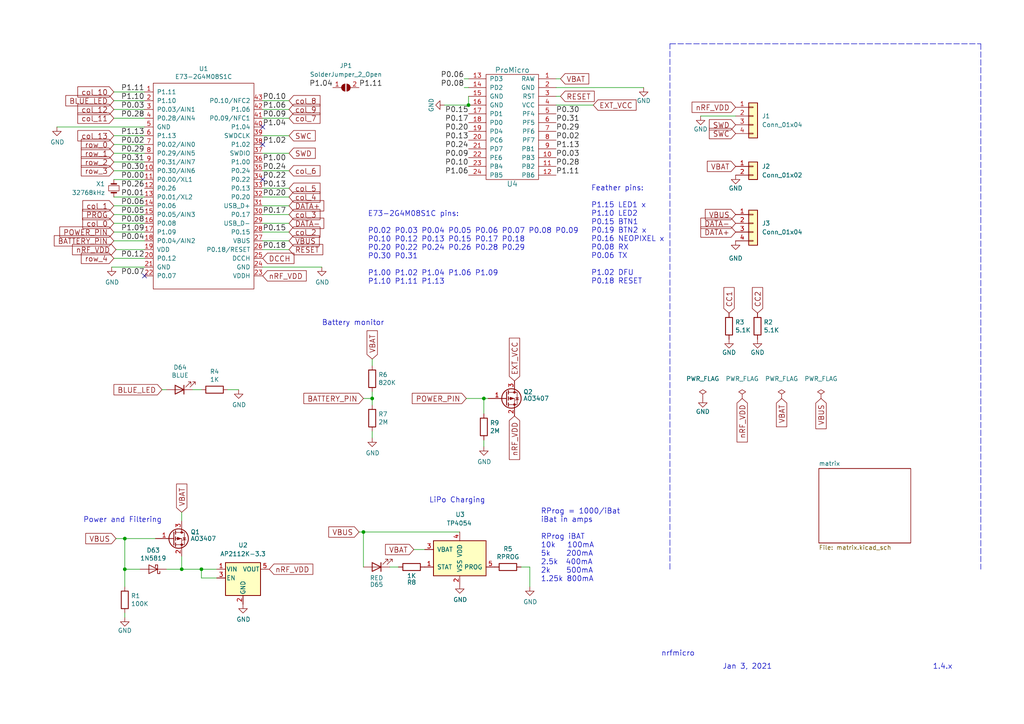
<source format=kicad_sch>
(kicad_sch (version 20231120) (generator "eeschema") (generator_version "8.0")
  (paper "A4")
  (lib_symbols
    (symbol "Battery_Management:MCP73832-2-OT" (pin_names (offset 1.016))
      (property "Reference" "U" (at -7.62 6.35 0))
      (property "Value" "MCP73832-2-OT" (at 1.27 6.35 0))
      (symbol "MCP73832-2-OT_0_1"
        (rectangle (start -7.62 5.08) (end 7.62 -5.08) (stroke (width 0.254)) (fill (type background)))
      )
      (symbol "MCP73832-2-OT_1_1"
        (pin output line (at 10.16 -2.54 180) (length 2.54) (name "STAT") (number "1"))
        (pin power_in line (at 0 -7.62 90) (length 2.54) (name "VSS") (number "2"))
        (pin power_out line (at 10.16 2.54 180) (length 2.54) (name "VBAT") (number "3"))
        (pin power_in line (at 0 7.62 270) (length 2.54) (name "VDD") (number "4"))
        (pin input line (at -10.16 -2.54 0) (length 2.54) (name "PROG") (number "5"))
      )
    )
    (symbol "Connector_Generic:Conn_01x02" (pin_names (offset 1.016) hide)
      (property "Reference" "J" (at 0 2.54 0))
      (property "Value" "Conn_01x02" (at 0 -5.08 0))
      (symbol "Conn_01x02_1_1"
        (rectangle (start -1.27 -2.413) (end 0 -2.667) (stroke (width 0.1524)))
        (rectangle (start -1.27 0.127) (end 0 -0.127) (stroke (width 0.1524)))
        (rectangle (start -1.27 1.27) (end 1.27 -3.81) (stroke (width 0.254)) (fill (type background)))
        (pin passive line (at -5.08 0 0) (length 3.81) (name "Pin_1") (number "1"))
        (pin passive line (at -5.08 -2.54 0) (length 3.81) (name "Pin_2") (number "2"))
      )
    )
    (symbol "Connector_Generic:Conn_01x04" (pin_names (offset 1.016) hide)
      (property "Reference" "J" (at 0 5.08 0))
      (property "Value" "Conn_01x04" (at 0 -7.62 0))
      (symbol "Conn_01x04_1_1"
        (rectangle (start -1.27 -4.953) (end 0 -5.207) (stroke (width 0.1524)))
        (rectangle (start -1.27 -2.413) (end 0 -2.667) (stroke (width 0.1524)))
        (rectangle (start -1.27 0.127) (end 0 -0.127) (stroke (width 0.1524)))
        (rectangle (start -1.27 2.667) (end 0 2.413) (stroke (width 0.1524)))
        (rectangle (start -1.27 3.81) (end 1.27 -6.35) (stroke (width 0.254)) (fill (type background)))
        (pin passive line (at -5.08 2.54 0) (length 3.81) (name "Pin_1") (number "1"))
        (pin passive line (at -5.08 0 0) (length 3.81) (name "Pin_2") (number "2"))
        (pin passive line (at -5.08 -2.54 0) (length 3.81) (name "Pin_3") (number "3"))
        (pin passive line (at -5.08 -5.08 0) (length 3.81) (name "Pin_4") (number "4"))
      )
    )
    (symbol "Device:Crystal_Small" (pin_numbers hide) (pin_names (offset 1.016) hide)
      (property "Reference" "Y" (at 0 2.54 0))
      (property "Value" "Crystal_Small" (at 0 -2.54 0))
      (symbol "Crystal_Small_0_1"
        (rectangle (start -0.762 -1.524) (end 0.762 1.524))
        (polyline (pts (xy -1.27 -0.762) (xy -1.27 0.762)) (stroke (width 0.381)))
        (polyline (pts (xy 1.27 -0.762) (xy 1.27 0.762)) (stroke (width 0.381)))
      )
      (symbol "Crystal_Small_1_1"
        (pin passive line (at -2.54 0 0) (length 1.27) (name "1") (number "1"))
        (pin passive line (at 2.54 0 180) (length 1.27) (name "2") (number "2"))
      )
    )
    (symbol "Device:LED" (pin_numbers hide) (pin_names (offset 1.016) hide)
      (property "Reference" "D" (at 0 2.54 0))
      (property "Value" "LED" (at 0 -2.54 0))
      (symbol "LED_0_1"
        (polyline (pts (xy -1.27 -1.27) (xy -1.27 1.27)) (stroke (width 0.254)))
        (polyline (pts (xy -1.27 0) (xy 1.27 0)))
        (polyline (pts (xy 1.27 -1.27) (xy 1.27 1.27) (xy -1.27 0) (xy 1.27 -1.27)) (stroke (width 0.254)))
        (polyline (pts (xy -3.048 -0.762) (xy -4.572 -2.286) (xy -3.81 -2.286) (xy -4.572 -2.286) (xy -4.572 -1.524)))
        (polyline (pts (xy -1.778 -0.762) (xy -3.302 -2.286) (xy -2.54 -2.286) (xy -3.302 -2.286) (xy -3.302 -1.524)))
      )
      (symbol "LED_1_1"
        (pin passive line (at -3.81 0 0) (length 2.54) (name "K") (number "1"))
        (pin passive line (at 3.81 0 180) (length 2.54) (name "A") (number "2"))
      )
    )
    (symbol "Device:R" (pin_numbers hide) (pin_names (offset 0))
      (property "Reference" "R" (at 2.032 0 90))
      (property "Value" "R" (at 0 0 90))
      (symbol "R_0_1"
        (rectangle (start -1.016 -2.54) (end 1.016 2.54) (stroke (width 0.254)))
      )
      (symbol "R_1_1"
        (pin passive line (at 0 3.81 270) (length 1.27) (name "~") (number "1"))
        (pin passive line (at 0 -3.81 90) (length 1.27) (name "~") (number "2"))
      )
    )
    (symbol "GND_1" (power) (pin_numbers hide) (pin_names (offset 0) hide)
      (property "Value" "GND" (at 0 -3.81 0))
      (symbol "GND_1_0_1"
        (polyline (pts (xy 0 0) (xy 0 -1.27) (xy 1.27 -1.27) (xy 0 -2.54) (xy -1.27 -1.27) (xy 0 -1.27)))
      )
      (symbol "GND_1_1_1"
        (pin power_in line (at 0 0 270) (length 0) (name "~") (number "1"))
      )
    )
    (symbol "Jumper:SolderJumper_2_Open" (pin_names (offset 0) hide)
      (property "Reference" "JP" (at 0 2.032 0))
      (property "Value" "SolderJumper_2_Open" (at 0 -2.54 0))
      (symbol "SolderJumper_2_Open_0_1"
        (arc (start -0.254 1.016) (mid -1.2655 0) (end -0.254 -1.016))
        (arc (start -0.254 1.016) (mid -1.2655 0) (end -0.254 -1.016) (fill (type outline)))
        (polyline (pts (xy -0.254 1.016) (xy -0.254 -1.016)))
        (polyline (pts (xy 0.254 1.016) (xy 0.254 -1.016)))
        (arc (start 0.254 -1.016) (mid 1.2655 0) (end 0.254 1.016))
        (arc (start 0.254 -1.016) (mid 1.2655 0) (end 0.254 1.016) (fill (type outline)))
      )
      (symbol "SolderJumper_2_Open_1_1"
        (pin passive line (at -3.81 0 0) (length 2.54) (name "A") (number "1"))
        (pin passive line (at 3.81 0 180) (length 2.54) (name "B") (number "2"))
      )
    )
    (symbol "Regulator_Linear:AP2112K-3.3" (pin_names (offset 0.254))
      (property "Reference" "U" (at -5.08 5.715 0))
      (property "Value" "AP2112K-3.3" (at 0 5.715 0))
      (symbol "AP2112K-3.3_0_1"
        (rectangle (start -5.08 4.445) (end 5.08 -5.08) (stroke (width 0.254)) (fill (type background)))
      )
      (symbol "AP2112K-3.3_1_1"
        (pin power_in line (at -7.62 2.54 0) (length 2.54) (name "VIN") (number "1"))
        (pin power_in line (at 0 -7.62 90) (length 2.54) (name "GND") (number "2"))
        (pin input line (at -7.62 0 0) (length 2.54) (name "EN") (number "3"))
        (pin no_connect line (at 5.08 0 180) (length 2.54) hide (name "NC") (number "4"))
        (pin power_out line (at 7.62 2.54 180) (length 2.54) (name "VOUT") (number "5"))
      )
    )
    (symbol "nrfmicro-rescue:BSS83P" (pin_names (offset 0) hide)
      (property "Reference" "Q" (at 5.08 1.905 0))
      (property "Value" "BSS83P" (at 5.08 0 0))
      (symbol "BSS83P_0_1"
        (polyline (pts (xy 0 0) (xy 0.254 0)))
        (polyline (pts (xy 0.762 -1.778) (xy 2.54 -1.778)))
        (polyline (pts (xy 0.762 -1.27) (xy 0.762 -2.286)) (stroke (width 0.254)))
        (polyline (pts (xy 0.762 0) (xy 2.54 0)))
        (polyline (pts (xy 0.762 0.508) (xy 0.762 -0.508)) (stroke (width 0.254)))
        (polyline (pts (xy 0.762 1.778) (xy 2.54 1.778)))
        (polyline (pts (xy 0.762 2.286) (xy 0.762 1.27)) (stroke (width 0.254)))
        (polyline (pts (xy 2.54 -1.778) (xy 2.54 -2.54)))
        (polyline (pts (xy 2.54 -1.778) (xy 2.54 0)))
        (polyline (pts (xy 2.54 2.54) (xy 2.54 1.778)))
        (polyline (pts (xy 0.254 1.905) (xy 0.254 -1.905) (xy 0.254 -1.905)) (stroke (width 0.254)))
        (polyline (pts (xy 2.286 0) (xy 1.27 -0.381) (xy 1.27 0.381) (xy 2.286 0)) (fill (type outline)))
        (polyline (pts (xy 2.54 -1.778) (xy 3.302 -1.778) (xy 3.302 1.778) (xy 2.54 1.778)))
        (polyline (pts (xy 2.794 -0.508) (xy 2.921 -0.381) (xy 3.683 -0.381) (xy 3.81 -0.254)))
        (polyline (pts (xy 3.302 -0.381) (xy 2.921 0.254) (xy 3.683 0.254) (xy 3.302 -0.381)))
        (circle (center 1.651 0) (radius 2.8194) (stroke (width 0.254)))
        (circle (center 2.54 -1.778) (radius 0.2794) (fill (type outline)))
        (circle (center 2.54 1.778) (radius 0.2794) (fill (type outline)))
      )
      (symbol "BSS83P_1_1"
        (pin input line (at -5.08 0 0) (length 5.08) (name "G") (number "1"))
        (pin passive line (at 2.54 -5.08 90) (length 2.54) (name "S") (number "2"))
        (pin passive line (at 2.54 5.08 270) (length 2.54) (name "D") (number "3"))
      )
    )
    (symbol "nrfmicro-rescue:GND" (power) (pin_names (offset 0))
      (property "Value" "GND" (at 0 -3.81 0))
      (symbol "GND_0_1"
        (polyline (pts (xy 0 0) (xy 0 -1.27) (xy 1.27 -1.27) (xy 0 -2.54) (xy -1.27 -1.27) (xy 0 -1.27)))
      )
      (symbol "GND_1_1"
        (pin power_in line (at 0 0 270) (length 0) hide (name "GND") (number "1"))
      )
    )
    (symbol "nrfmicro-rescue:MBR0520" (pin_numbers hide) (pin_names (offset 1.016) hide)
      (property "Reference" "D" (at 0 2.54 0))
      (property "Value" "MBR0520" (at 0 -2.54 0))
      (symbol "MBR0520_0_1"
        (polyline (pts (xy 1.27 0) (xy -1.27 0)))
        (polyline (pts (xy 1.27 1.27) (xy 1.27 -1.27) (xy -1.27 0) (xy 1.27 1.27)) (stroke (width 0.2032)))
        (polyline (pts (xy -1.905 0.635) (xy -1.905 1.27) (xy -1.27 1.27) (xy -1.27 -1.27) (xy -0.635 -1.27) (xy -0.635 -0.635)) (stroke (width 0.2032)))
      )
      (symbol "MBR0520_1_1"
        (pin passive line (at -3.81 0 0) (length 2.54) (name "K") (number "1"))
        (pin passive line (at 3.81 0 180) (length 2.54) (name "A") (number "2"))
      )
    )
    (symbol "nrfmicro-rescue:ProMicro" (pin_names (offset 1.016))
      (property "Reference" "U" (at 0 -21.59 0))
      (property "Value" "ProMicro" (at 0 11.43 0))
      (symbol "ProMicro_0_1"
        (rectangle (start 7.62 10.16) (end -7.62 -20.32))
      )
      (symbol "ProMicro_1_1"
        (pin input line (at 12.7 8.89 180) (length 5.08) (name "RAW") (number "1"))
        (pin input line (at 12.7 -13.97 180) (length 5.08) (name "PB3") (number "10"))
        (pin input line (at 12.7 -16.51 180) (length 5.08) (name "PB2") (number "11"))
        (pin input line (at 12.7 -19.05 180) (length 5.08) (name "PB6") (number "12"))
        (pin input line (at -12.7 8.89 0) (length 5.08) (name "PD3") (number "13"))
        (pin input line (at -12.7 6.35 0) (length 5.08) (name "PD2") (number "14"))
        (pin input line (at -12.7 3.81 0) (length 5.08) (name "GND") (number "15"))
        (pin input line (at -12.7 1.27 0) (length 5.08) (name "GND") (number "16"))
        (pin input line (at -12.7 -1.27 0) (length 5.08) (name "PD1") (number "17"))
        (pin input line (at -12.7 -3.81 0) (length 5.08) (name "PD0") (number "18"))
        (pin input line (at -12.7 -6.35 0) (length 5.08) (name "PD4") (number "19"))
        (pin input line (at 12.7 6.35 180) (length 5.08) (name "GND") (number "2"))
        (pin input line (at -12.7 -8.89 0) (length 5.08) (name "PC6") (number "20"))
        (pin input line (at -12.7 -11.43 0) (length 5.08) (name "PD7") (number "21"))
        (pin input line (at -12.7 -13.97 0) (length 5.08) (name "PE6") (number "22"))
        (pin input line (at -12.7 -16.51 0) (length 5.08) (name "PB4") (number "23"))
        (pin input line (at -12.7 -19.05 0) (length 5.08) (name "PB5") (number "24"))
        (pin input line (at 12.7 3.81 180) (length 5.08) (name "RST") (number "3"))
        (pin input line (at 12.7 1.27 180) (length 5.08) (name "VCC") (number "4"))
        (pin input line (at 12.7 -1.27 180) (length 5.08) (name "PF4") (number "5"))
        (pin input line (at 12.7 -3.81 180) (length 5.08) (name "PF5") (number "6"))
        (pin input line (at 12.7 -6.35 180) (length 5.08) (name "PF6") (number "7"))
        (pin input line (at 12.7 -8.89 180) (length 5.08) (name "PF7") (number "8"))
        (pin input line (at 12.7 -11.43 180) (length 5.08) (name "PB1") (number "9"))
      )
    )
    (symbol "nrfmicro-rescue:R" (pin_numbers hide) (pin_names (offset 0))
      (property "Reference" "R" (at 2.032 0 90))
      (property "Value" "R" (at 0 0 90))
      (symbol "R_0_1"
        (rectangle (start -1.016 -2.54) (end 1.016 2.54) (stroke (width 0.254)))
      )
      (symbol "R_1_1"
        (pin passive line (at 0 3.81 270) (length 1.27) (name "~") (number "1"))
        (pin passive line (at 0 -3.81 90) (length 1.27) (name "~") (number "2"))
      )
    )
    (symbol "nrfmicro:E73-2G4M08S1C-52840" (pin_names (offset 1.016))
      (property "Reference" "U" (at 0 29.21 0))
      (property "Value" "E73-2G4M08S1C-52840" (at 0 -27.94 0))
      (symbol "E73-2G4M08S1C-52840_0_1"
        (rectangle (start -15.24 30.48) (end 13.97 -29.21))
      )
      (symbol "E73-2G4M08S1C-52840_1_1"
        (pin input line (at -17.78 27.94 0) (length 2.54) (name "P1.11") (number "1"))
        (pin input line (at -17.78 5.08 0) (length 2.54) (name "P0.30/AIN6") (number "10"))
        (pin input line (at -17.78 2.54 0) (length 2.54) (name "P0.00/XL1") (number "11"))
        (pin input line (at -17.78 0 0) (length 2.54) (name "P0.26") (number "12"))
        (pin input line (at -17.78 -2.54 0) (length 2.54) (name "P0.01/XL2") (number "13"))
        (pin input line (at -17.78 -5.08 0) (length 2.54) (name "P0.06") (number "14"))
        (pin input line (at -17.78 -7.62 0) (length 2.54) (name "P0.05/AIN3") (number "15"))
        (pin input line (at -17.78 -10.16 0) (length 2.54) (name "P0.08") (number "16"))
        (pin input line (at -17.78 -12.7 0) (length 2.54) (name "P1.09") (number "17"))
        (pin input line (at -17.78 -15.24 0) (length 2.54) (name "P0.04/AIN2") (number "18"))
        (pin power_in line (at -17.78 -17.78 0) (length 2.54) (name "VDD") (number "19"))
        (pin input line (at -17.78 25.4 0) (length 2.54) (name "P1.10") (number "2"))
        (pin input line (at -17.78 -20.32 0) (length 2.54) (name "P0.12") (number "20"))
        (pin power_in line (at -17.78 -22.86 0) (length 2.54) (name "GND") (number "21"))
        (pin input line (at -17.78 -25.4 0) (length 2.54) (name "P0.07") (number "22"))
        (pin power_in line (at 16.51 -25.4 180) (length 2.54) (name "VDDH") (number "23"))
        (pin power_in line (at 16.51 -22.86 180) (length 2.54) (name "GND") (number "24"))
        (pin power_out line (at 16.51 -20.32 180) (length 2.54) (name "DCCH") (number "25"))
        (pin input line (at 16.51 -17.78 180) (length 2.54) (name "P0.18/RESET") (number "26"))
        (pin power_in line (at 16.51 -15.24 180) (length 2.54) (name "VBUS") (number "27"))
        (pin power_in line (at 16.51 -12.7 180) (length 2.54) (name "P0.15") (number "28"))
        (pin input line (at 16.51 -10.16 180) (length 2.54) (name "USB_D-") (number "29"))
        (pin input line (at -17.78 22.86 0) (length 2.54) (name "P0.03/AIN1") (number "3"))
        (pin input line (at 16.51 -7.62 180) (length 2.54) (name "P0.17") (number "30"))
        (pin input line (at 16.51 -5.08 180) (length 2.54) (name "USB_D+") (number "31"))
        (pin input line (at 16.51 -2.54 180) (length 2.54) (name "P0.20") (number "32"))
        (pin input line (at 16.51 0 180) (length 2.54) (name "P0.13") (number "33"))
        (pin input line (at 16.51 2.54 180) (length 2.54) (name "P0.22") (number "34"))
        (pin input line (at 16.51 5.08 180) (length 2.54) (name "P0.24") (number "35"))
        (pin input line (at 16.51 7.62 180) (length 2.54) (name "P1.00") (number "36"))
        (pin input line (at 16.51 10.16 180) (length 2.54) (name "SWDIO") (number "37"))
        (pin input line (at 16.51 12.7 180) (length 2.54) (name "P1.02") (number "38"))
        (pin input line (at 16.51 15.24 180) (length 2.54) (name "SWDCLK") (number "39"))
        (pin input line (at -17.78 20.32 0) (length 2.54) (name "P0.28/AIN4") (number "4"))
        (pin input line (at 16.51 17.78 180) (length 2.54) (name "P1.04") (number "40"))
        (pin input line (at 16.51 20.32 180) (length 2.54) (name "P0.09/NFC1") (number "41"))
        (pin input line (at 16.51 22.86 180) (length 2.54) (name "P1.06") (number "42"))
        (pin input line (at 16.51 25.4 180) (length 2.54) (name "P0.10/NFC2") (number "43"))
        (pin power_in line (at -17.78 17.78 0) (length 2.54) (name "GND") (number "5"))
        (pin input line (at -17.78 15.24 0) (length 2.54) (name "P1.13") (number "6"))
        (pin input line (at -17.78 12.7 0) (length 2.54) (name "P0.02/AIN0") (number "7"))
        (pin input line (at -17.78 10.16 0) (length 2.54) (name "P0.29/AIN5") (number "8"))
        (pin input line (at -17.78 7.62 0) (length 2.54) (name "P0.31/AIN7") (number "9"))
      )
    )
    (symbol "power:GND" (power) (pin_names (offset 0))
      (property "Value" "GND" (at 0 -3.81 0))
      (symbol "GND_0_1"
        (polyline (pts (xy 0 0) (xy 0 -1.27) (xy 1.27 -1.27) (xy 0 -2.54) (xy -1.27 -1.27) (xy 0 -1.27)))
      )
      (symbol "GND_1_1"
        (pin power_in line (at 0 0 270) (length 0) hide (name "GND") (number "1"))
      )
    )
    (symbol "power:PWR_FLAG" (power) (pin_numbers hide) (pin_names (offset 0) hide)
      (property "Value" "PWR_FLAG" (at 0 3.81 0))
      (symbol "PWR_FLAG_0_0"
        (pin power_out line (at 0 0 90) (length 0) (name "pwr") (number "1"))
      )
      (symbol "PWR_FLAG_0_1"
        (polyline (pts (xy 0 0) (xy 0 1.27) (xy -1.016 1.905) (xy 0 2.54) (xy 1.016 1.905) (xy 0 1.27)))
      )
    )
  )
  (junction (at 135.89 30.48))
  (junction (at 107.95 115.57))
  (junction (at 140.335 115.57))
  (junction (at 36.195 156.21))
  (junction (at 58.42 165.1))
  (junction (at 105.41 154.305))
  (junction (at 52.705 165.1))
  (junction (at 36.195 165.1))
  (no_connect (at 76.2 36.83))
  (no_connect (at 76.2 52.07))
  (no_connect (at 41.91 80.01))
  (no_connect (at 76.2 41.91))
  (wire (pts (xy 120.015 159.385) (xy 123.19 159.385)))
  (wire (pts (xy 33.02 59.69) (xy 41.91 59.69)))
  (wire (pts (xy 76.2 54.61) (xy 83.82 54.61)))
  (wire (pts (xy 83.82 72.39) (xy 76.2 72.39)))
  (wire (pts (xy 161.29 22.86) (xy 162.56 22.86)))
  (wire (pts (xy 33.02 74.93) (xy 41.91 74.93)))
  (wire (pts (xy 107.95 125.095) (xy 107.95 127)))
  (wire (pts (xy 104.14 154.305) (xy 105.41 154.305)))
  (wire (pts (xy 76.2 57.15) (xy 83.82 57.15)))
  (wire (pts (xy 161.29 27.94) (xy 162.56 27.94)))
  (wire (pts (xy 33.02 62.23) (xy 41.91 62.23)))
  (wire (pts (xy 41.91 29.21) (xy 33.02 29.21)))
  (polyline (pts (xy 194.31 12.7) (xy 284.48 12.7)) (stroke (width 0) (type dash)))
  (wire (pts (xy 33.02 39.37) (xy 41.91 39.37)))
  (wire (pts (xy 36.195 177.8) (xy 36.195 179.07)))
  (wire (pts (xy 33.02 34.29) (xy 41.91 34.29)))
  (wire (pts (xy 161.29 30.48) (xy 172.085 30.48)))
  (wire (pts (xy 105.41 164.465) (xy 105.41 154.305)))
  (wire (pts (xy 55.88 113.03) (xy 58.42 113.03)))
  (wire (pts (xy 140.335 115.57) (xy 141.605 115.57)))
  (wire (pts (xy 83.82 69.85) (xy 76.2 69.85)))
  (wire (pts (xy 76.2 67.31) (xy 83.82 67.31)))
  (wire (pts (xy 76.2 34.29) (xy 83.82 34.29)))
  (wire (pts (xy 58.42 167.64) (xy 58.42 165.1)))
  (wire (pts (xy 33.02 57.15) (xy 41.91 57.15)))
  (wire (pts (xy 140.335 127.635) (xy 140.335 129.54)))
  (wire (pts (xy 76.2 49.53) (xy 83.82 49.53)))
  (polyline (pts (xy 194.31 165.1) (xy 194.31 12.7)) (stroke (width 0) (type dash)))
  (wire (pts (xy 135.255 115.57) (xy 140.335 115.57)))
  (wire (pts (xy 36.195 165.1) (xy 36.195 170.18)))
  (wire (pts (xy 83.82 44.45) (xy 76.2 44.45)))
  (wire (pts (xy 83.82 64.77) (xy 76.2 64.77)))
  (wire (pts (xy 151.13 164.465) (xy 153.67 164.465)))
  (wire (pts (xy 33.02 52.07) (xy 41.91 52.07)))
  (wire (pts (xy 52.705 148.59) (xy 52.705 151.13)))
  (wire (pts (xy 36.195 156.21) (xy 33.655 156.21)))
  (wire (pts (xy 203.2 33.655) (xy 213.36 33.655)))
  (wire (pts (xy 41.91 77.47) (xy 32.385 77.47)))
  (wire (pts (xy 33.02 31.75) (xy 41.91 31.75)))
  (wire (pts (xy 76.2 62.23) (xy 83.82 62.23)))
  (wire (pts (xy 105.41 115.57) (xy 107.95 115.57)))
  (wire (pts (xy 113.03 164.465) (xy 115.57 164.465)))
  (wire (pts (xy 52.705 165.1) (xy 58.42 165.1)))
  (wire (pts (xy 135.89 27.94) (xy 135.89 30.48)))
  (wire (pts (xy 33.02 41.91) (xy 41.91 41.91)))
  (wire (pts (xy 36.195 165.1) (xy 40.64 165.1)))
  (polyline (pts (xy 284.48 12.7) (xy 284.48 165.1)) (stroke (width 0) (type dash)))
  (wire (pts (xy 52.705 161.29) (xy 52.705 165.1)))
  (wire (pts (xy 134.62 25.4) (xy 135.89 25.4)))
  (wire (pts (xy 161.29 25.4) (xy 186.69 25.4)))
  (wire (pts (xy 76.2 77.47) (xy 93.345 77.47)))
  (wire (pts (xy 33.02 46.99) (xy 41.91 46.99)))
  (wire (pts (xy 135.89 30.48) (xy 128.905 30.48)))
  (wire (pts (xy 36.195 156.21) (xy 36.195 165.1)))
  (wire (pts (xy 62.865 167.64) (xy 58.42 167.64)))
  (wire (pts (xy 105.41 154.305) (xy 133.35 154.305)))
  (wire (pts (xy 83.82 59.69) (xy 76.2 59.69)))
  (wire (pts (xy 48.26 165.1) (xy 52.705 165.1)))
  (wire (pts (xy 107.95 104.14) (xy 107.95 106.045)))
  (wire (pts (xy 76.2 29.21) (xy 83.82 29.21)))
  (wire (pts (xy 41.91 69.85) (xy 33.02 69.85)))
  (wire (pts (xy 83.82 39.37) (xy 76.2 39.37)))
  (wire (pts (xy 16.51 36.83) (xy 41.91 36.83)))
  (wire (pts (xy 46.99 113.03) (xy 48.26 113.03)))
  (wire (pts (xy 33.02 67.31) (xy 41.91 67.31)))
  (wire (pts (xy 41.91 72.39) (xy 33.655 72.39)))
  (wire (pts (xy 33.02 49.53) (xy 41.91 49.53)))
  (wire (pts (xy 33.02 44.45) (xy 41.91 44.45)))
  (wire (pts (xy 66.04 113.03) (xy 69.215 113.03)))
  (wire (pts (xy 33.02 26.67) (xy 41.91 26.67)))
  (wire (pts (xy 107.95 113.665) (xy 107.95 115.57)))
  (wire (pts (xy 153.67 164.465) (xy 153.67 170.18)))
  (wire (pts (xy 134.62 22.86) (xy 135.89 22.86)))
  (wire (pts (xy 140.335 120.015) (xy 140.335 115.57)))
  (wire (pts (xy 36.195 156.21) (xy 45.085 156.21)))
  (wire (pts (xy 33.02 64.77) (xy 41.91 64.77)))
  (wire (pts (xy 76.2 31.75) (xy 83.82 31.75)))
  (wire (pts (xy 107.95 115.57) (xy 107.95 117.475)))
  (wire (pts (xy 58.42 165.1) (xy 62.865 165.1)))
  (text "LiPo Charging\n" (at 124.46 146.05 0) (effects (font (size 1.524 1.524)) (justify left bottom)))
  (text "Jan 3, 2021" (at 209.55 194.31 0) (effects (font (size 1.524 1.524)) (justify left bottom)))
  (text "1.4.x" (at 270.51 194.31 0) (effects (font (size 1.524 1.524)) (justify left bottom)))
  (text "RProg = 1000/iBat\niBat in amps\n\nRProg iBAT\n10k   100mA\n5k    200mA\n2.5k  400mA\n2k    500mA\n1.25k 800mA" (at 156.845 168.91 0) (effects (font (size 1.524 1.524)) (justify left bottom)))
  (text "Power and Filtering" (at 24.13 151.765 0) (effects (font (size 1.524 1.524)) (justify left bottom)))
  (text "nrfmicro" (at 191.77 190.5 0) (effects (font (size 1.524 1.524)) (justify left bottom)))
  (text "Battery monitor" (at 93.345 94.615 0) (effects (font (size 1.524 1.524)) (justify left bottom)))
  (text "E73-2G4M08S1C pins:\n\nP0.02 P0.03 P0.04 P0.05 P0.06 P0.07 P0.08 P0.09\nP0.10 P0.12 P0.13 P0.15 P0.17 P0.18\nP0.20 P0.22 P0.24 P0.26 P0.28 P0.29\nP0.30 P0.31\n\nP1.00 P1.02 P1.04 P1.06 P1.09\nP1.10 P1.11 P1.13\n\n" (at 106.68 85.09 0) (effects (font (size 1.524 1.524)) (justify left bottom)))
  (text "Feather pins:\n\nP1.15 LED1 x\nP1.10 LED2\nP0.15 BTN1\nP0.19 BTN2 x\nP0.16 NEOPIXEL x\nP0.08 RX\nP0.06 TX\n\nP1.02 DFU\nP0.18 RESET\n" (at 171.45 82.55 0) (effects (font (size 1.524 1.524)) (justify left bottom)))
  (label "P0.15" (at 76.2 67.31 0) (effects (font (size 1.524 1.524))))
  (label "P0.15" (at 135.89 33.02 180) (effects (font (size 1.524 1.524))))
  (label "P0.03" (at 161.29 45.72 0) (effects (font (size 1.524 1.524))))
  (label "P0.28" (at 41.91 34.29 180) (effects (font (size 1.524 1.524))))
  (label "P0.26" (at 41.91 54.61 180) (effects (font (size 1.524 1.524))))
  (label "P0.29" (at 41.91 44.45 180) (effects (font (size 1.524 1.524))))
  (label "P0.08" (at 134.62 25.4 180) (effects (font (size 1.524 1.524))))
  (label "P0.06" (at 41.91 59.69 180) (effects (font (size 1.524 1.524))))
  (label "P0.30" (at 41.91 49.53 180) (effects (font (size 1.524 1.524))))
  (label "P1.06" (at 135.89 50.8 180) (effects (font (size 1.524 1.524))))
  (label "P0.04" (at 41.91 69.85 180) (effects (font (size 1.524 1.524))))
  (label "P0.29" (at 161.29 38.1 0) (effects (font (size 1.524 1.524))))
  (label "P0.12" (at 41.91 74.93 180) (effects (font (size 1.524 1.524))))
  (label "P0.10" (at 135.89 48.26 180) (effects (font (size 1.524 1.524))))
  (label "P0.08" (at 41.91 64.77 180) (effects (font (size 1.524 1.524))))
  (label "P0.22" (at 76.2 52.07 0) (effects (font (size 1.524 1.524))))
  (label "P0.17" (at 76.2 62.23 0) (effects (font (size 1.524 1.524))))
  (label "P1.11" (at 161.29 50.8 0) (effects (font (size 1.524 1.524))))
  (label "P0.20" (at 76.2 57.15 0) (effects (font (size 1.524 1.524))))
  (label "P1.09" (at 41.91 67.31 180) (effects (font (size 1.524 1.524))))
  (label "P0.24" (at 135.89 43.18 180) (effects (font (size 1.524 1.524))))
  (label "P1.02" (at 76.2 41.91 0) (effects (font (size 1.524 1.524))))
  (label "P0.31" (at 161.29 35.56 0) (effects (font (size 1.524 1.524))))
  (label "P1.11" (at 41.91 26.67 180) (effects (font (size 1.524 1.524))))
  (label "P1.04" (at 76.2 36.83 0) (effects (font (size 1.524 1.524))))
  (label "P0.24" (at 76.2 49.53 0) (effects (font (size 1.524 1.524))))
  (label "P1.13" (at 161.29 43.18 0) (effects (font (size 1.524 1.524))))
  (label "P0.09" (at 135.89 45.72 180) (effects (font (size 1.524 1.524))))
  (label "P1.11" (at 104.14 25.4 0) (effects (font (size 1.524 1.524))))
  (label "P0.00" (at 41.91 52.07 180) (effects (font (size 1.524 1.524))))
  (label "P0.02" (at 161.29 40.64 0) (effects (font (size 1.524 1.524))))
  (label "P0.05" (at 41.91 62.23 180) (effects (font (size 1.524 1.524))))
  (label "P0.20" (at 135.89 38.1 180) (effects (font (size 1.524 1.524))))
  (label "P1.13" (at 41.91 39.37 180) (effects (font (size 1.524 1.524))))
  (label "P0.30" (at 161.29 33.02 0) (effects (font (size 1.524 1.524))))
  (label "P0.17" (at 135.89 35.56 180) (effects (font (size 1.524 1.524))))
  (label "P0.13" (at 135.89 40.64 180) (effects (font (size 1.524 1.524))))
  (label "P0.06" (at 134.62 22.86 180) (effects (font (size 1.524 1.524))))
  (label "P0.09" (at 76.2 34.29 0) (effects (font (size 1.524 1.524))))
  (label "P1.06" (at 76.2 31.75 0) (effects (font (size 1.524 1.524))))
  (label "P0.31" (at 41.91 46.99 180) (effects (font (size 1.524 1.524))))
  (label "P0.07" (at 41.91 80.01 180) (effects (font (size 1.524 1.524))))
  (label "P0.28" (at 161.29 48.26 0) (effects (font (size 1.524 1.524))))
  (label "P0.10" (at 76.2 29.21 0) (effects (font (size 1.524 1.524))))
  (label "P1.10" (at 41.91 29.21 180) (effects (font (size 1.524 1.524))))
  (label "P1.00" (at 76.2 46.99 0) (effects (font (size 1.524 1.524))))
  (label "P0.18" (at 76.2 72.39 0) (effects (font (size 1.524 1.524))))
  (label "P0.03" (at 41.91 31.75 180) (effects (font (size 1.524 1.524))))
  (label "P1.04" (at 96.52 25.4 180) (effects (font (size 1.524 1.524))))
  (label "P0.01" (at 41.91 57.15 180) (effects (font (size 1.524 1.524))))
  (label "P0.13" (at 76.2 54.61 0) (effects (font (size 1.524 1.524))))
  (label "P0.02" (at 41.91 41.91 180) (effects (font (size 1.524 1.524))))
  (global_label "col_2" (shape input) (at 83.82 67.31 0) (effects (font (size 1.524 1.524))) (property "Intersheetrefs" "${INTERSHEET_REFS}" (effects (hide yes))))
  (global_label "nRF_VDD" (shape input) (at 149.225 120.65 270) (effects (font (size 1.524 1.524))) (property "Intersheetrefs" "${INTERSHEET_REFS}" (effects (hide yes))))
  (global_label "col_5" (shape input) (at 83.82 54.61 0) (effects (font (size 1.524 1.524))) (property "Intersheetrefs" "${INTERSHEET_REFS}" (effects (hide yes))))
  (global_label "VBUS" (shape input) (at 213.36 62.23 180) (effects (font (size 1.524 1.524))) (property "Intersheetrefs" "${INTERSHEET_REFS}" (effects (hide yes))))
  (global_label "col_8" (shape input) (at 83.82 29.21 0) (effects (font (size 1.524 1.524))) (property "Intersheetrefs" "${INTERSHEET_REFS}" (effects (hide yes))))
  (global_label "col_7" (shape input) (at 83.82 34.29 0) (effects (font (size 1.524 1.524))) (property "Intersheetrefs" "${INTERSHEET_REFS}" (effects (hide yes))))
  (global_label "VBUS" (shape input) (at 238.125 115.57 270) (effects (font (size 1.524 1.524))) (property "Intersheetrefs" "${INTERSHEET_REFS}" (effects (hide yes))))
  (global_label "POWER_PIN" (shape input) (at 135.255 115.57 180) (effects (font (size 1.524 1.524))) (property "Intersheetrefs" "${INTERSHEET_REFS}" (effects (hide yes))))
  (global_label "DATA-" (shape input) (at 83.82 64.77 0) (effects (font (size 1.524 1.524))) (property "Intersheetrefs" "${INTERSHEET_REFS}" (effects (hide yes))))
  (global_label "nRF_VDD" (shape input) (at 33.655 72.39 180) (effects (font (size 1.524 1.524))) (property "Intersheetrefs" "${INTERSHEET_REFS}" (effects (hide yes))))
  (global_label "SWC" (shape input) (at 83.82 39.37 0) (effects (font (size 1.524 1.524))) (property "Intersheetrefs" "${INTERSHEET_REFS}" (effects (hide yes))))
  (global_label "col_10" (shape input) (at 33.02 26.67 180) (effects (font (size 1.524 1.524))) (property "Intersheetrefs" "${INTERSHEET_REFS}" (effects (hide yes))))
  (global_label "CC1" (shape input) (at 211.455 90.805 90) (effects (font (size 1.524 1.524))) (property "Intersheetrefs" "${INTERSHEET_REFS}" (effects (hide yes))))
  (global_label "col_9" (shape input) (at 83.82 31.75 0) (effects (font (size 1.524 1.524))) (property "Intersheetrefs" "${INTERSHEET_REFS}" (effects (hide yes))))
  (global_label "nRF_VDD" (shape input) (at 213.36 31.115 180) (effects (font (size 1.524 1.524))) (property "Intersheetrefs" "${INTERSHEET_REFS}" (effects (hide yes))))
  (global_label "CC2" (shape input) (at 219.71 90.805 90) (effects (font (size 1.524 1.524))) (property "Intersheetrefs" "${INTERSHEET_REFS}" (effects (hide yes))))
  (global_label "VBAT" (shape input) (at 226.695 115.57 270) (effects (font (size 1.524 1.524))) (property "Intersheetrefs" "${INTERSHEET_REFS}" (effects (hide yes))))
  (global_label "VBUS" (shape input) (at 33.655 156.21 180) (effects (font (size 1.524 1.524))) (property "Intersheetrefs" "${INTERSHEET_REFS}" (effects (hide yes))))
  (global_label "SWD" (shape input) (at 213.36 36.195 180) (effects (font (size 1.524 1.524))) (property "Intersheetrefs" "${INTERSHEET_REFS}" (effects (hide yes))))
  (global_label "VBAT" (shape input) (at 213.36 48.26 180) (effects (font (size 1.524 1.524))) (property "Intersheetrefs" "${INTERSHEET_REFS}" (effects (hide yes))))
  (global_label "DCCH" (shape input) (at 76.2 74.93 0) (effects (font (size 1.524 1.524))) (property "Intersheetrefs" "${INTERSHEET_REFS}" (effects (hide yes))))
  (global_label "col_13" (shape input) (at 33.02 39.37 180) (effects (font (size 1.524 1.524))) (property "Intersheetrefs" "${INTERSHEET_REFS}" (effects (hide yes))))
  (global_label "row_4" (shape input) (at 33.02 74.93 180) (effects (font (size 1.524 1.524))) (property "Intersheetrefs" "${INTERSHEET_REFS}" (effects (hide yes))))
  (global_label "col_4" (shape input) (at 83.82 57.15 0) (effects (font (size 1.524 1.524))) (property "Intersheetrefs" "${INTERSHEET_REFS}" (effects (hide yes))))
  (global_label "POWER_PIN" (shape input) (at 33.02 67.31 180) (effects (font (size 1.524 1.524))) (property "Intersheetrefs" "${INTERSHEET_REFS}" (effects (hide yes))))
  (global_label "nRF_VDD" (shape input) (at 76.2 80.01 0) (effects (font (size 1.524 1.524))) (property "Intersheetrefs" "${INTERSHEET_REFS}" (effects (hide yes))))
  (global_label "DATA+" (shape input) (at 213.36 67.31 180) (effects (font (size 1.524 1.524))) (property "Intersheetrefs" "${INTERSHEET_REFS}" (effects (hide yes))))
  (global_label "nRF_VDD" (shape input) (at 78.105 165.1 0) (effects (font (size 1.524 1.524))) (property "Intersheetrefs" "${INTERSHEET_REFS}" (effects (hide yes))))
  (global_label "VBUS" (shape input) (at 83.82 69.85 0) (effects (font (size 1.524 1.524))) (property "Intersheetrefs" "${INTERSHEET_REFS}" (effects (hide yes))))
  (global_label "RESET" (shape input) (at 83.82 72.39 0) (effects (font (size 1.524 1.524))) (property "Intersheetrefs" "${INTERSHEET_REFS}" (effects (hide yes))))
  (global_label "VBAT" (shape input) (at 107.95 104.14 90) (effects (font (size 1.524 1.524))) (property "Intersheetrefs" "${INTERSHEET_REFS}" (effects (hide yes))))
  (global_label "SWC" (shape input) (at 213.36 38.735 180) (effects (font (size 1.524 1.524))) (property "Intersheetrefs" "${INTERSHEET_REFS}" (effects (hide yes))))
  (global_label "SWD" (shape input) (at 83.82 44.45 0) (effects (font (size 1.524 1.524))) (property "Intersheetrefs" "${INTERSHEET_REFS}" (effects (hide yes))))
  (global_label "col_6" (shape input) (at 83.82 49.53 0) (effects (font (size 1.524 1.524))) (property "Intersheetrefs" "${INTERSHEET_REFS}" (effects (hide yes))))
  (global_label "col_11" (shape input) (at 33.02 34.29 180) (effects (font (size 1.524 1.524))) (property "Intersheetrefs" "${INTERSHEET_REFS}" (effects (hide yes))))
  (global_label "nRF_VDD" (shape input) (at 215.265 115.57 270) (effects (font (size 1.524 1.524))) (property "Intersheetrefs" "${INTERSHEET_REFS}" (effects (hide yes))))
  (global_label "col_12" (shape input) (at 33.02 31.75 180) (effects (font (size 1.524 1.524))) (property "Intersheetrefs" "${INTERSHEET_REFS}" (effects (hide yes))))
  (global_label "row_1" (shape input) (at 33.02 44.45 180) (effects (font (size 1.524 1.524))) (property "Intersheetrefs" "${INTERSHEET_REFS}" (effects (hide yes))))
  (global_label "VBAT" (shape input) (at 162.56 22.86 0) (effects (font (size 1.524 1.524))) (property "Intersheetrefs" "${INTERSHEET_REFS}" (effects (hide yes))))
  (global_label "row_0" (shape input) (at 33.02 41.91 180) (effects (font (size 1.524 1.524))) (property "Intersheetrefs" "${INTERSHEET_REFS}" (effects (hide yes))))
  (global_label "BATTERY_PIN" (shape input) (at 105.41 115.57 180) (effects (font (size 1.524 1.524))) (property "Intersheetrefs" "${INTERSHEET_REFS}" (effects (hide yes))))
  (global_label "VBUS" (shape input) (at 104.14 154.305 180) (effects (font (size 1.524 1.524))) (property "Intersheetrefs" "${INTERSHEET_REFS}" (effects (hide yes))))
  (global_label "BLUE_LED" (shape input) (at 33.02 29.21 180) (effects (font (size 1.524 1.524))) (property "Intersheetrefs" "${INTERSHEET_REFS}" (effects (hide yes))))
  (global_label "col_0" (shape input) (at 33.02 64.77 180) (effects (font (size 1.524 1.524))) (property "Intersheetrefs" "${INTERSHEET_REFS}" (effects (hide yes))))
  (global_label "DATA+" (shape input) (at 83.82 59.69 0) (effects (font (size 1.524 1.524))) (property "Intersheetrefs" "${INTERSHEET_REFS}" (effects (hide yes))))
  (global_label "row_3" (shape input) (at 33.02 49.53 180) (effects (font (size 1.524 1.524))) (property "Intersheetrefs" "${INTERSHEET_REFS}" (effects (hide yes))))
  (global_label "EXT_VCC" (shape input) (at 149.225 110.49 90) (effects (font (size 1.524 1.524))) (property "Intersheetrefs" "${INTERSHEET_REFS}" (effects (hide yes))))
  (global_label "BATTERY_PIN" (shape input) (at 33.02 69.85 180) (effects (font (size 1.524 1.524))) (property "Intersheetrefs" "${INTERSHEET_REFS}" (effects (hide yes))))
  (global_label "col_1" (shape input) (at 33.02 59.69 180) (effects (font (size 1.524 1.524))) (property "Intersheetrefs" "${INTERSHEET_REFS}" (effects (hide yes))))
  (global_label "col_3" (shape input) (at 83.82 62.23 0) (effects (font (size 1.524 1.524))) (property "Intersheetrefs" "${INTERSHEET_REFS}" (effects (hide yes))))
  (global_label "row_2" (shape input) (at 33.02 46.99 180) (effects (font (size 1.524 1.524))) (property "Intersheetrefs" "${INTERSHEET_REFS}" (effects (hide yes))))
  (global_label "VBAT" (shape input) (at 120.015 159.385 180) (effects (font (size 1.524 1.524))) (property "Intersheetrefs" "${INTERSHEET_REFS}" (effects (hide yes))))
  (global_label "DATA-" (shape input) (at 213.36 64.77 180) (effects (font (size 1.524 1.524))) (property "Intersheetrefs" "${INTERSHEET_REFS}" (effects (hide yes))))
  (global_label "EXT_VCC" (shape input) (at 172.085 30.48 0) (effects (font (size 1.524 1.524))) (property "Intersheetrefs" "${INTERSHEET_REFS}" (effects (hide yes))))
  (global_label "BLUE_LED" (shape input) (at 46.99 113.03 180) (effects (font (size 1.524 1.524))) (property "Intersheetrefs" "${INTERSHEET_REFS}" (effects (hide yes))))
  (global_label "PROG" (shape input) (at 33.02 62.23 180) (effects (font (size 1.524 1.524))) (property "Intersheetrefs" "${INTERSHEET_REFS}" (effects (hide yes))))
  (global_label "RESET" (shape input) (at 162.56 27.94 0) (effects (font (size 1.524 1.524))) (property "Intersheetrefs" "${INTERSHEET_REFS}" (effects (hide yes))))
  (global_label "VBAT" (shape input) (at 52.705 148.59 90) (effects (font (size 1.524 1.524))) (property "Intersheetrefs" "${INTERSHEET_REFS}" (effects (hide yes))))
  (symbol (lib_id "nrfmicro-rescue:ProMicro") (at 148.59 31.75 0) (unit 1)
    (property "Reference" "U4" (at 148.59 53.34 0) (effects (font (size 1.524 1.524))))
    (property "Value" "ProMicro" (at 148.59 20.32 0) (effects (font (size 1.524 1.524))))
    (property "Footprint" "nrfmicro:pro_micro" (effects (hide yes)))
  )
  (symbol (lib_id "nrfmicro-rescue:MBR0520") (at 44.45 165.1 180) (unit 1)
    (property "Reference" "D63" (at 44.45 159.6136 0))
    (property "Value" "1N5819" (at 44.45 161.925 0))
    (property "Footprint" "Diode_SMD:D_SOD-323F" (effects (hide yes)))
  )
  (symbol (lib_id "nrfmicro-rescue:BSS83P") (at 50.165 156.21 0) (unit 1)
    (property "Reference" "Q1" (at 55.245 154.305 0) (effects (justify left)))
    (property "Value" "AO3407" (at 55.245 156.21 0) (effects (justify left)))
    (property "Footprint" "Package_TO_SOT_SMD:SOT-23" (effects (hide yes)))
  )
  (symbol (lib_id "nrfmicro-rescue:R") (at 36.195 173.99 0) (unit 1)
    (property "Reference" "R1" (at 37.973 172.8216 0) (effects (justify left)))
    (property "Value" "100K" (at 37.973 175.133 0) (effects (justify left)))
    (property "Footprint" "Resistor_SMD:R_0603_1608Metric" (effects (hide yes)))
  )
  (symbol (lib_id "nrfmicro-rescue:GND") (at 36.195 179.07 0) (unit 1)
    (property "Reference" "#PWR017" (effects (hide yes)))
    (property "Value" "GND" (at 36.195 182.88 0))
  )
  (symbol (lib_id "nrfmicro:E73-2G4M08S1C-52840") (at 59.69 54.61 0) (unit 1)
    (property "Reference" "U1" (at 59.055 19.939 0))
    (property "Value" "E73-2G4M08S1C" (at 59.055 22.2504 0))
    (property "Footprint" "nrfmicro:E73-2G4M08S1C-52840" (effects (hide yes)))
  )
  (symbol (lib_id "power:GND") (at 133.35 169.545 0) (unit 1)
    (property "Reference" "#PWR0103" (effects (hide yes)))
    (property "Value" "GND" (at 133.477 173.9392 0))
  )
  (symbol (lib_id "power:GND") (at 16.51 36.83 0) (unit 1)
    (property "Reference" "#PWR0107" (effects (hide yes)))
    (property "Value" "GND" (at 16.637 41.2242 0))
  )
  (symbol (lib_id "power:GND") (at 32.385 77.47 0) (unit 1)
    (property "Reference" "#PWR0108" (effects (hide yes)))
    (property "Value" "GND" (at 32.512 81.8642 0))
  )
  (symbol (lib_id "power:GND") (at 93.345 77.47 0) (unit 1)
    (property "Reference" "#PWR0109" (effects (hide yes)))
    (property "Value" "GND" (at 93.472 81.8642 0))
  )
  (symbol (lib_id "Device:R") (at 211.455 94.615 0) (unit 1)
    (property "Reference" "R3" (at 213.233 93.4466 0) (effects (justify left)))
    (property "Value" "5.1K" (at 213.233 95.758 0) (effects (justify left)))
    (property "Footprint" "Resistor_SMD:R_0603_1608Metric" (effects (hide yes)))
  )
  (symbol (lib_id "Device:R") (at 219.71 94.615 0) (unit 1)
    (property "Reference" "R2" (at 221.488 93.4466 0) (effects (justify left)))
    (property "Value" "5.1K" (at 221.488 95.758 0) (effects (justify left)))
    (property "Footprint" "Resistor_SMD:R_0603_1608Metric" (effects (hide yes)))
  )
  (symbol (lib_id "nrfmicro-rescue:GND") (at 219.71 98.425 0) (unit 1)
    (property "Reference" "#PWR0101" (effects (hide yes)))
    (property "Value" "GND" (at 219.71 102.235 0))
  )
  (symbol (lib_id "nrfmicro-rescue:GND") (at 211.455 98.425 0) (unit 1)
    (property "Reference" "#PWR0110" (effects (hide yes)))
    (property "Value" "GND" (at 211.455 102.235 0))
  )
  (symbol (lib_id "Device:R") (at 107.95 109.855 0) (unit 1)
    (property "Reference" "R6" (at 109.728 108.6866 0) (effects (justify left)))
    (property "Value" "820K" (at 109.728 110.998 0) (effects (justify left)))
    (property "Footprint" "Resistor_SMD:R_0603_1608Metric" (effects (hide yes)))
  )
  (symbol (lib_id "Device:R") (at 107.95 121.285 0) (unit 1)
    (property "Reference" "R7" (at 109.728 120.1166 0) (effects (justify left)))
    (property "Value" "2M" (at 109.728 122.428 0) (effects (justify left)))
    (property "Footprint" "Resistor_SMD:R_0603_1608Metric" (effects (hide yes)))
  )
  (symbol (lib_id "nrfmicro-rescue:GND") (at 107.95 127 0) (unit 1)
    (property "Reference" "#PWR0102" (effects (hide yes)))
    (property "Value" "GND" (at 108.077 131.3942 0))
  )
  (symbol (lib_id "nrfmicro-rescue:GND") (at 186.69 25.4 0) (unit 1)
    (property "Reference" "#PWR0113" (effects (hide yes)))
    (property "Value" "GND" (at 186.69 29.21 0))
  )
  (symbol (lib_id "nrfmicro-rescue:GND") (at 128.905 30.48 270) (unit 1)
    (property "Reference" "#PWR0115" (effects (hide yes)))
    (property "Value" "GND" (at 125.095 30.48 0))
  )
  (symbol (lib_id "power:GND") (at 69.215 113.03 0) (unit 1)
    (property "Reference" "#PWR0117" (effects (hide yes)))
    (property "Value" "GND" (at 69.342 117.4242 0))
  )
  (symbol (lib_id "Device:LED") (at 52.07 113.03 180) (unit 1)
    (property "Reference" "D64" (at 52.2478 106.553 0))
    (property "Value" "BLUE" (at 52.2478 108.8644 0))
    (property "Footprint" "LED_SMD:LED_0603_1608Metric" (effects (hide yes)))
  )
  (symbol (lib_id "nrfmicro-rescue:BSS83P") (at 146.685 115.57 0) (unit 1)
    (property "Reference" "Q2" (at 151.765 113.665 0) (effects (justify left)))
    (property "Value" "AO3407" (at 151.765 115.57 0) (effects (justify left)))
    (property "Footprint" "Package_TO_SOT_SMD:SOT-23" (effects (hide yes)))
  )
  (symbol (lib_id "nrfmicro-rescue:R") (at 62.23 113.03 90) (unit 1)
    (property "Reference" "R4" (at 62.23 107.7722 90))
    (property "Value" "1K" (at 62.23 110.0836 90))
    (property "Footprint" "Resistor_SMD:R_0603_1608Metric" (effects (hide yes)))
  )
  (symbol (lib_id "nrfmicro-rescue:R") (at 119.38 164.465 90) (unit 1)
    (property "Reference" "R8" (at 119.38 168.91 90))
    (property "Value" "1K" (at 119.38 167.005 90))
    (property "Footprint" "Resistor_SMD:R_0603_1608Metric" (effects (hide yes)))
  )
  (symbol (lib_id "nrfmicro-rescue:GND") (at 213.36 50.8 0) (unit 1)
    (property "Reference" "#PWR0106" (effects (hide yes)))
    (property "Value" "GND" (at 213.36 54.61 0))
  )
  (symbol (lib_name "GND_1") (lib_id "power:GND") (at 213.36 69.85 0) (unit 1)
    (property "Reference" "#PWR01" (effects (hide yes)))
    (property "Value" "GND" (at 213.36 74.93 0))
    (property "Description" "Power symbol creates a global label with name \"GND\" , ground" (effects (hide yes)))
  )
  (symbol (lib_id "Connector_Generic:Conn_01x04") (at 218.44 33.655 0) (unit 1)
    (property "Reference" "J1" (at 220.98 33.6549 0) (effects (justify left)))
    (property "Value" "Conn_01x04" (at 220.98 36.1949 0) (effects (justify left)))
    (property "Footprint" "Connector_FFC-FPC:Molex_200528-0040_1x04-1MP_P1.00mm_Horizontal" (effects (hide yes)))
  )
  (symbol (lib_id "nrfmicro-rescue:GND") (at 70.485 175.26 0) (unit 1)
    (property "Reference" "#PWR0119" (effects (hide yes)))
    (property "Value" "GND" (at 70.612 179.6542 0))
  )
  (symbol (lib_id "Device:R") (at 140.335 123.825 0) (unit 1)
    (property "Reference" "R9" (at 142.113 122.6566 0) (effects (justify left)))
    (property "Value" "2M" (at 142.113 124.968 0) (effects (justify left)))
    (property "Footprint" "Resistor_SMD:R_0603_1608Metric" (effects (hide yes)))
  )
  (symbol (lib_id "Device:LED") (at 109.22 164.465 180) (unit 1)
    (property "Reference" "D65" (at 109.22 169.545 0))
    (property "Value" "RED" (at 109.22 167.64 0))
    (property "Footprint" "LED_SMD:LED_0603_1608Metric" (effects (hide yes)))
  )
  (symbol (lib_id "power:PWR_FLAG") (at 226.695 115.57 0) (unit 1)
    (property "Reference" "#FLG0101" (effects (hide yes)))
    (property "Value" "PWR_FLAG" (at 226.695 109.855 0))
  )
  (symbol (lib_id "nrfmicro-rescue:GND") (at 203.835 115.57 0) (unit 1)
    (property "Reference" "#PWR0120" (effects (hide yes)))
    (property "Value" "GND" (at 203.835 119.38 0))
  )
  (symbol (lib_id "Battery_Management:MCP73832-2-OT") (at 133.35 161.925 0) (mirror y) (unit 1)
    (property "Reference" "U3" (at 132.08 149.225 0) (effects (justify right)))
    (property "Value" "TP4054" (at 129.54 151.765 0) (effects (justify right)))
    (property "Footprint" "Package_TO_SOT_SMD:SOT-23-5" (effects (hide yes)))
    (property "Datasheet" "http://ww1.microchip.com/downloads/en/DeviceDoc/20001984g.pdf" (effects (hide yes)))
  )
  (symbol (lib_id "power:PWR_FLAG") (at 203.835 115.57 0) (unit 1)
    (property "Reference" "#FLG0103" (effects (hide yes)))
    (property "Value" "PWR_FLAG" (at 203.835 109.855 0))
  )
  (symbol (lib_id "nrfmicro-rescue:GND") (at 203.2 33.655 0) (unit 1)
    (property "Reference" "#PWR0104" (effects (hide yes)))
    (property "Value" "GND" (at 203.2 37.465 0))
  )
  (symbol (lib_id "Connector_Generic:Conn_01x04") (at 218.44 64.77 0) (unit 1)
    (property "Reference" "J3" (at 220.98 64.7699 0) (effects (justify left)))
    (property "Value" "Conn_01x04" (at 220.98 67.3099 0) (effects (justify left)))
    (property "Footprint" "Connector_FFC-FPC:Molex_200528-0040_1x04-1MP_P1.00mm_Horizontal" (effects (hide yes)))
    (property "Description" "Generic connector, single row, 01x04, script generated (kicad-library-utils/schlib/autogen/connector/)" (effects (hide yes)))
  )
  (symbol (lib_id "Jumper:SolderJumper_2_Open") (at 100.33 25.4 0) (unit 1)
    (property "Reference" "JP1" (at 100.33 19.05 0))
    (property "Value" "SolderJumper_2_Open" (at 100.33 21.59 0))
    (property "Footprint" "nrfmicro:Jumper_SMD" (effects (hide yes)))
  )
  (symbol (lib_id "power:PWR_FLAG") (at 215.265 115.57 0) (unit 1)
    (property "Reference" "#FLG0104" (effects (hide yes)))
    (property "Value" "PWR_FLAG" (at 215.265 109.855 0))
  )
  (symbol (lib_id "Regulator_Linear:AP2112K-3.3") (at 70.485 167.64 0) (unit 1)
    (property "Reference" "U2" (at 70.485 158.115 0))
    (property "Value" "AP2112K-3.3" (at 70.485 160.655 0))
    (property "Footprint" "Package_TO_SOT_SMD:SOT-23-5" (effects (hide yes)))
    (property "Datasheet" "https://www.diodes.com/assets/Datasheets/AP2112.pdf" (effects (hide yes)))
  )
  (symbol (lib_id "power:PWR_FLAG") (at 238.125 115.57 0) (unit 1)
    (property "Reference" "#FLG0102" (effects (hide yes)))
    (property "Value" "PWR_FLAG" (at 238.125 109.855 0))
  )
  (symbol (lib_id "power:GND") (at 153.67 170.18 0) (unit 1)
    (property "Reference" "#PWR0116" (effects (hide yes)))
    (property "Value" "GND" (at 153.797 174.5742 0))
  )
  (symbol (lib_id "nrfmicro-rescue:GND") (at 140.335 129.54 0) (unit 1)
    (property "Reference" "#PWR0118" (effects (hide yes)))
    (property "Value" "GND" (at 140.462 133.9342 0))
  )
  (symbol (lib_id "Connector_Generic:Conn_01x02") (at 218.44 48.26 0) (unit 1)
    (property "Reference" "J2" (at 220.98 48.2599 0) (effects (justify left)))
    (property "Value" "Conn_01x02" (at 220.98 50.7999 0) (effects (justify left)))
    (property "Footprint" "Connector_Molex:Molex_PicoBlade_53261-0271_1x02-1MP_P1.25mm_Horizontal" (effects (hide yes)))
  )
  (symbol (lib_id "Device:Crystal_Small") (at 33.02 54.61 90) (unit 1)
    (property "Reference" "X1" (at 30.48 53.3399 90) (effects (justify left)))
    (property "Value" "32768kHz" (at 30.48 55.8799 90) (effects (justify left)))
    (property "Footprint" "Crystal:Crystal_SMD_3215-2Pin_3.2x1.5mm" (effects (hide yes)))
  )
  (symbol (lib_id "nrfmicro-rescue:R") (at 147.32 164.465 90) (unit 1)
    (property "Reference" "R5" (at 147.32 159.2072 90))
    (property "Value" "RPROG" (at 147.32 161.5186 90))
    (property "Footprint" "Resistor_SMD:R_0603_1608Metric" (effects (hide yes)))
  )
  (sheet (at 237.49 135.89) (size 26.67 21.59) (stroke (width 0.1524))
    (property "Sheetname" "matrix" (at 237.49 135.1784 0) (effects (justify left bottom)))
    (property "Sheetfile" "matrix.kicad_sch" (at 237.49 158.0646 0) (effects (justify left top)))
  )
)
</source>
